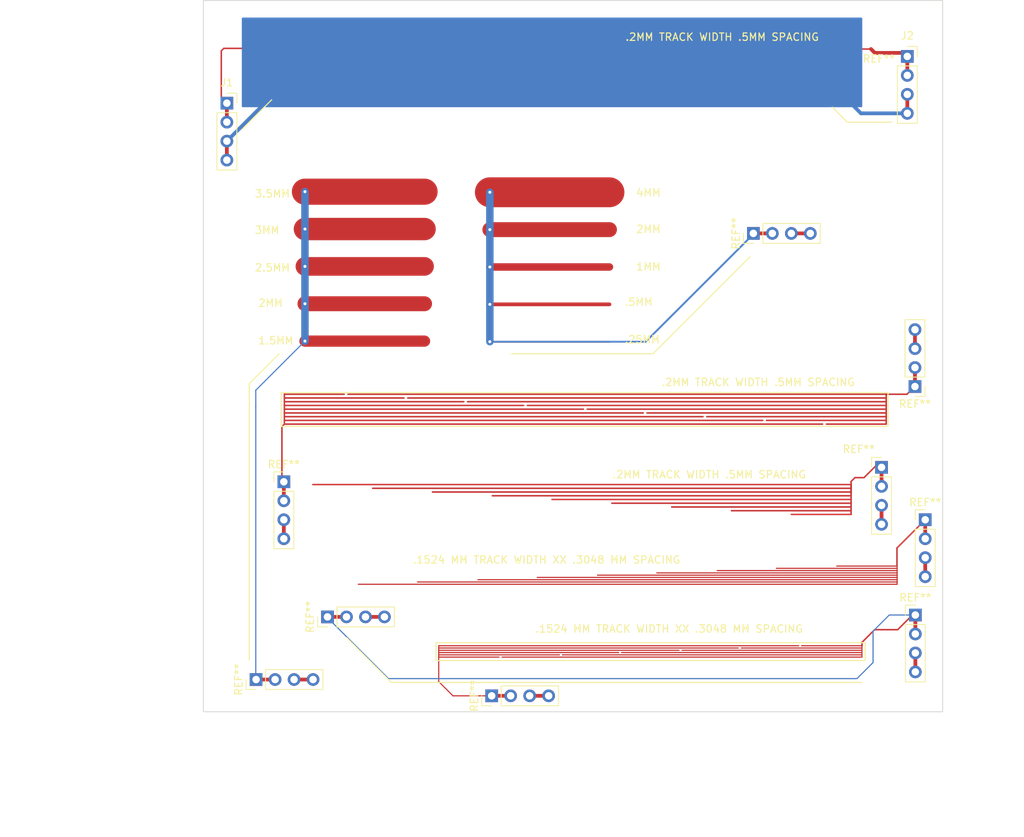
<source format=kicad_pcb>
(kicad_pcb (version 20221018) (generator pcbnew)
  (layers (0 "F.Cu" signal) (31 "B.Cu" signal) (34 "B.Paste" user) (35 "F.Paste" user) (36 "B.SilkS" user "B.Silkscreen") (37 "F.SilkS" user "F.Silkscreen") (38 "B.Mask" user) (39 "F.Mask" user) (44 "Edge.Cuts" user))
  (net 0 "")
  (net 1 "Net-(J1-Pin_1)")
  (net 2 "GND")
  (net 3 "Net-(J2-Pin_1)")
  (footprint "Connector_PinHeader_2.54mm:PinHeader_1x04_P2.54mm_Vertical" (layer "F.Cu") (at 193.5796 105.2096)
    (fp_text reference "REF**" (at -3.048 -2.4384) (layer "F.SilkS"))
    (fp_text value "PinHeader_1x04_P2.54mm_Vertical")
    (fp_line (start -1.33 -1.33) (end 0 -1.33) (stroke (width 0.12)) (layer "F.SilkS"))
    (fp_line (start -1.33 0) (end -1.33 -1.33) (stroke (width 0.12)) (layer "F.SilkS"))
    (fp_line (start -1.33 1.27) (end -1.33 8.95) (stroke (width 0.12)) (layer "F.SilkS"))
    (fp_line (start -1.33 1.27) (end 1.33 1.27) (stroke (width 0.12)) (layer "F.SilkS"))
    (fp_line (start -1.33 8.95) (end 1.33 8.95) (stroke (width 0.12)) (layer "F.SilkS"))
    (fp_line (start 1.33 1.27) (end 1.33 8.95) (stroke (width 0.12)) (layer "F.SilkS"))
    (pad "1" thru_hole rect (at 0 0) (size 1.7 1.7) (drill 1) (layers "*.Cu" "*.Mask"))
    (pad "2" thru_hole oval (at 0 2.54) (size 1.7 1.7) (drill 1) (layers "*.Cu" "*.Mask"))
    (pad "3" thru_hole oval (at 0 5.08) (size 1.7 1.7) (drill 1) (layers "*.Cu" "*.Mask"))
    (pad "4" thru_hole oval (at 0 7.62) (size 1.7 1.7) (drill 1) (layers "*.Cu" "*.Mask"))
  )
  (footprint "Connector_PinHeader_2.54mm:PinHeader_1x04_P2.54mm_Vertical" (layer "F.Cu") (at 113.620399 107.14)
    (fp_text reference "REF**" (at 0 -2.33) (layer "F.SilkS"))
    (fp_text value "PinHeader_1x04_P2.54mm_Vertical")
    (fp_line (start -1.33 -1.33) (end 0 -1.33) (stroke (width 0.12)) (layer "F.SilkS"))
    (fp_line (start -1.33 0) (end -1.33 -1.33) (stroke (width 0.12)) (layer "F.SilkS"))
    (fp_line (start -1.33 1.27) (end -1.33 8.95) (stroke (width 0.12)) (layer "F.SilkS"))
    (fp_line (start -1.33 1.27) (end 1.33 1.27) (stroke (width 0.12)) (layer "F.SilkS"))
    (fp_line (start -1.33 8.95) (end 1.33 8.95) (stroke (width 0.12)) (layer "F.SilkS"))
    (fp_line (start 1.33 1.27) (end 1.33 8.95) (stroke (width 0.12)) (layer "F.SilkS"))
    (pad "1" thru_hole rect (at 0 0) (size 1.7 1.7) (drill 1) (layers "*.Cu" "*.Mask"))
    (pad "2" thru_hole oval (at 0 2.54) (size 1.7 1.7) (drill 1) (layers "*.Cu" "*.Mask"))
    (pad "3" thru_hole oval (at 0 5.08) (size 1.7 1.7) (drill 1) (layers "*.Cu" "*.Mask"))
    (pad "4" thru_hole oval (at 0 7.62) (size 1.7 1.7) (drill 1) (layers "*.Cu" "*.Mask"))
  )
  (footprint "Connector_PinHeader_2.54mm:PinHeader_1x04_P2.54mm_Vertical" (layer "F.Cu") (at 176.4304 73.8922 90)
    (fp_text reference "REF**" (at 0 -2.33 90) (layer "F.SilkS"))
    (fp_text value "PinHeader_1x04_P2.54mm_Vertical")
    (fp_line (start -1.33 -1.33) (end 0 -1.33) (stroke (width 0.12)) (layer "F.SilkS"))
    (fp_line (start -1.33 0) (end -1.33 -1.33) (stroke (width 0.12)) (layer "F.SilkS"))
    (fp_line (start -1.33 1.27) (end -1.33 8.95) (stroke (width 0.12)) (layer "F.SilkS"))
    (fp_line (start -1.33 1.27) (end 1.33 1.27) (stroke (width 0.12)) (layer "F.SilkS"))
    (fp_line (start -1.33 8.95) (end 1.33 8.95) (stroke (width 0.12)) (layer "F.SilkS"))
    (fp_line (start 1.33 1.27) (end 1.33 8.95) (stroke (width 0.12)) (layer "F.SilkS"))
    (pad "1" thru_hole rect (at 0 0 90) (size 1.7 1.7) (drill 1) (layers "*.Cu" "*.Mask"))
    (pad "2" thru_hole oval (at 0 2.54 90) (size 1.7 1.7) (drill 1) (layers "*.Cu" "*.Mask"))
    (pad "3" thru_hole oval (at 0 5.08 90) (size 1.7 1.7) (drill 1) (layers "*.Cu" "*.Mask"))
    (pad "4" thru_hole oval (at 0 7.62 90) (size 1.7 1.7) (drill 1) (layers "*.Cu" "*.Mask"))
  )
  (footprint "Connector_PinHeader_2.54mm:PinHeader_1x04_P2.54mm_Vertical" (layer "F.Cu") (at 141.4272 135.7884 90)
    (fp_text reference "REF**" (at 0 -2.33 90) (layer "F.SilkS"))
    (fp_text value "PinHeader_1x04_P2.54mm_Vertical")
    (fp_line (start -1.33 -1.33) (end 0 -1.33) (stroke (width 0.12)) (layer "F.SilkS"))
    (fp_line (start -1.33 0) (end -1.33 -1.33) (stroke (width 0.12)) (layer "F.SilkS"))
    (fp_line (start -1.33 1.27) (end -1.33 8.95) (stroke (width 0.12)) (layer "F.SilkS"))
    (fp_line (start -1.33 1.27) (end 1.33 1.27) (stroke (width 0.12)) (layer "F.SilkS"))
    (fp_line (start -1.33 8.95) (end 1.33 8.95) (stroke (width 0.12)) (layer "F.SilkS"))
    (fp_line (start 1.33 1.27) (end 1.33 8.95) (stroke (width 0.12)) (layer "F.SilkS"))
    (pad "1" thru_hole rect (at 0 0 90) (size 1.7 1.7) (drill 1) (layers "*.Cu" "*.Mask"))
    (pad "2" thru_hole oval (at 0 2.54 90) (size 1.7 1.7) (drill 1) (layers "*.Cu" "*.Mask"))
    (pad "3" thru_hole oval (at 0 5.08 90) (size 1.7 1.7) (drill 1) (layers "*.Cu" "*.Mask"))
    (pad "4" thru_hole oval (at 0 7.62 90) (size 1.7 1.7) (drill 1) (layers "*.Cu" "*.Mask"))
  )
  (footprint "Connector_PinHeader_2.54mm:PinHeader_1x04_P2.54mm_Vertical" (layer "F.Cu") (at 119.462399 125.2248 90)
    (fp_text reference "REF**" (at 0 -2.33 90) (layer "F.SilkS"))
    (fp_text value "PinHeader_1x04_P2.54mm_Vertical")
    (fp_line (start -1.33 -1.33) (end 0 -1.33) (stroke (width 0.12)) (layer "F.SilkS"))
    (fp_line (start -1.33 0) (end -1.33 -1.33) (stroke (width 0.12)) (layer "F.SilkS"))
    (fp_line (start -1.33 1.27) (end -1.33 8.95) (stroke (width 0.12)) (layer "F.SilkS"))
    (fp_line (start -1.33 1.27) (end 1.33 1.27) (stroke (width 0.12)) (layer "F.SilkS"))
    (fp_line (start -1.33 8.95) (end 1.33 8.95) (stroke (width 0.12)) (layer "F.SilkS"))
    (fp_line (start 1.33 1.27) (end 1.33 8.95) (stroke (width 0.12)) (layer "F.SilkS"))
    (pad "1" thru_hole rect (at 0 0 90) (size 1.7 1.7) (drill 1) (layers "*.Cu" "*.Mask"))
    (pad "2" thru_hole oval (at 0 2.54 90) (size 1.7 1.7) (drill 1) (layers "*.Cu" "*.Mask"))
    (pad "3" thru_hole oval (at 0 5.08 90) (size 1.7 1.7) (drill 1) (layers "*.Cu" "*.Mask"))
    (pad "4" thru_hole oval (at 0 7.62 90) (size 1.7 1.7) (drill 1) (layers "*.Cu" "*.Mask"))
  )
  (footprint "Connector_PinSocket_2.54mm:PinSocket_1x04_P2.54mm_Vertical" (layer "F.Cu") (at 106 56.46)
    (fp_text reference "J1" (at 0 -2.77) (layer "F.SilkS"))
    (fp_text value "Conn_01x04_Pin")
    (fp_line (start -1.33 1.27) (end -1.33 8.95) (stroke (width 0.12)) (layer "F.SilkS"))
    (fp_line (start -1.33 1.27) (end 1.33 1.27) (stroke (width 0.12)) (layer "F.SilkS"))
    (fp_line (start -1.33 8.95) (end 1.33 8.95) (stroke (width 0.12)) (layer "F.SilkS"))
    (fp_line (start 0 -1.33) (end 1.33 -1.33) (stroke (width 0.12)) (layer "F.SilkS"))
    (fp_line (start 1.33 -1.33) (end 1.33 0) (stroke (width 0.12)) (layer "F.SilkS"))
    (fp_line (start 1.33 1.27) (end 1.33 8.95) (stroke (width 0.12)) (layer "F.SilkS"))
    (pad "1" thru_hole rect (at 0 0) (size 1.7 1.7) (drill 1) (layers "*.Cu" "*.Mask") (net 1 "Net-(J1-Pin_1)"))
    (pad "2" thru_hole oval (at 0 2.54) (size 1.7 1.7) (drill 1) (layers "*.Cu" "*.Mask") (net 1 "Net-(J1-Pin_1)"))
    (pad "3" thru_hole oval (at 0 5.08) (size 1.7 1.7) (drill 1) (layers "*.Cu" "*.Mask") (net 2 "GND"))
    (pad "4" thru_hole oval (at 0 7.62) (size 1.7 1.7) (drill 1) (layers "*.Cu" "*.Mask") (net 2 "GND"))
  )
  (footprint "Connector_PinHeader_2.54mm:PinHeader_1x04_P2.54mm_Vertical" (layer "F.Cu") (at 198.1008 124.9708)
    (fp_text reference "REF**" (at 0 -2.33) (layer "F.SilkS"))
    (fp_text value "PinHeader_1x04_P2.54mm_Vertical")
    (fp_line (start -1.33 -1.33) (end 0 -1.33) (stroke (width 0.12)) (layer "F.SilkS"))
    (fp_line (start -1.33 0) (end -1.33 -1.33) (stroke (width 0.12)) (layer "F.SilkS"))
    (fp_line (start -1.33 1.27) (end -1.33 8.95) (stroke (width 0.12)) (layer "F.SilkS"))
    (fp_line (start -1.33 1.27) (end 1.33 1.27) (stroke (width 0.12)) (layer "F.SilkS"))
    (fp_line (start -1.33 8.95) (end 1.33 8.95) (stroke (width 0.12)) (layer "F.SilkS"))
    (fp_line (start 1.33 1.27) (end 1.33 8.95) (stroke (width 0.12)) (layer "F.SilkS"))
    (pad "1" thru_hole rect (at 0 0) (size 1.7 1.7) (drill 1) (layers "*.Cu" "*.Mask"))
    (pad "2" thru_hole oval (at 0 2.54) (size 1.7 1.7) (drill 1) (layers "*.Cu" "*.Mask"))
    (pad "3" thru_hole oval (at 0 5.08) (size 1.7 1.7) (drill 1) (layers "*.Cu" "*.Mask"))
    (pad "4" thru_hole oval (at 0 7.62) (size 1.7 1.7) (drill 1) (layers "*.Cu" "*.Mask"))
  )
  (footprint "Connector_PinSocket_2.54mm:PinSocket_1x04_P2.54mm_Vertical" (layer "F.Cu") (at 197.025 50.2)
    (fp_text reference "J2" (at 0 -2.77) (layer "F.SilkS"))
    (fp_text value "Conn_01x04_Pin")
    (fp_line (start -1.33 1.27) (end -1.33 8.95) (stroke (width 0.12)) (layer "F.SilkS"))
    (fp_line (start -1.33 1.27) (end 1.33 1.27) (stroke (width 0.12)) (layer "F.SilkS"))
    (fp_line (start -1.33 8.95) (end 1.33 8.95) (stroke (width 0.12)) (layer "F.SilkS"))
    (fp_line (start 0 -1.33) (end 1.33 -1.33) (stroke (width 0.12)) (layer "F.SilkS"))
    (fp_line (start 1.33 -1.33) (end 1.33 0) (stroke (width 0.12)) (layer "F.SilkS"))
    (fp_line (start 1.33 1.27) (end 1.33 8.95) (stroke (width 0.12)) (layer "F.SilkS"))
    (pad "1" thru_hole rect (at 0 0) (size 1.7 1.7) (drill 1) (layers "*.Cu" "*.Mask") (net 3 "Net-(J2-Pin_1)"))
    (pad "2" thru_hole oval (at 0 2.54) (size 1.7 1.7) (drill 1) (layers "*.Cu" "*.Mask") (net 3 "Net-(J2-Pin_1)"))
    (pad "3" thru_hole oval (at 0 5.08) (size 1.7 1.7) (drill 1) (layers "*.Cu" "*.Mask") (net 2 "GND"))
    (pad "4" thru_hole oval (at 0 7.62) (size 1.7 1.7) (drill 1) (layers "*.Cu" "*.Mask") (net 2 "GND"))
  )
  (footprint "Connector_PinHeader_2.54mm:PinHeader_1x04_P2.54mm_Vertical" (layer "F.Cu") (at 109.912 133.6068 90)
    (fp_text reference "REF**" (at 0 -2.33 90) (layer "F.SilkS"))
    (fp_text value "PinHeader_1x04_P2.54mm_Vertical")
    (fp_line (start -1.33 -1.33) (end 0 -1.33) (stroke (width 0.12)) (layer "F.SilkS"))
    (fp_line (start -1.33 0) (end -1.33 -1.33) (stroke (width 0.12)) (layer "F.SilkS"))
    (fp_line (start -1.33 1.27) (end -1.33 8.95) (stroke (width 0.12)) (layer "F.SilkS"))
    (fp_line (start -1.33 1.27) (end 1.33 1.27) (stroke (width 0.12)) (layer "F.SilkS"))
    (fp_line (start -1.33 8.95) (end 1.33 8.95) (stroke (width 0.12)) (layer "F.SilkS"))
    (fp_line (start 1.33 1.27) (end 1.33 8.95) (stroke (width 0.12)) (layer "F.SilkS"))
    (pad "1" thru_hole rect (at 0 0 90) (size 1.7 1.7) (drill 1) (layers "*.Cu" "*.Mask"))
    (pad "2" thru_hole oval (at 0 2.54 90) (size 1.7 1.7) (drill 1) (layers "*.Cu" "*.Mask"))
    (pad "3" thru_hole oval (at 0 5.08 90) (size 1.7 1.7) (drill 1) (layers "*.Cu" "*.Mask"))
    (pad "4" thru_hole oval (at 0 7.62 90) (size 1.7 1.7) (drill 1) (layers "*.Cu" "*.Mask"))
  )
  (footprint "Connector_PinHeader_2.54mm:PinHeader_1x04_P2.54mm_Vertical" (layer "F.Cu") (at 198.05 94.3892 180)
    (fp_text reference "REF**" (at 0 -2.33) (layer "F.SilkS"))
    (fp_text value "PinHeader_1x04_P2.54mm_Vertical")
    (fp_text user "${REFERENCE}" (at 4.813 43.8768) (layer "F.SilkS"))
    (fp_line (start -1.33 -1.33) (end 0 -1.33) (stroke (width 0.12)) (layer "F.SilkS"))
    (fp_line (start -1.33 0) (end -1.33 -1.33) (stroke (width 0.12)) (layer "F.SilkS"))
    (fp_line (start -1.33 1.27) (end -1.33 8.95) (stroke (width 0.12)) (layer "F.SilkS"))
    (fp_line (start -1.33 1.27) (end 1.33 1.27) (stroke (width 0.12)) (layer "F.SilkS"))
    (fp_line (start -1.33 8.95) (end 1.33 8.95) (stroke (width 0.12)) (layer "F.SilkS"))
    (fp_line (start 1.33 1.27) (end 1.33 8.95) (stroke (width 0.12)) (layer "F.SilkS"))
    (pad "1" thru_hole rect (at 0 0 180) (size 1.7 1.7) (drill 1) (layers "*.Cu" "*.Mask"))
    (pad "2" thru_hole oval (at 0 2.54 180) (size 1.7 1.7) (drill 1) (layers "*.Cu" "*.Mask"))
    (pad "3" thru_hole oval (at 0 5.08 180) (size 1.7 1.7) (drill 1) (layers "*.Cu" "*.Mask"))
    (pad "4" thru_hole oval (at 0 7.62 180) (size 1.7 1.7) (drill 1) (layers "*.Cu" "*.Mask"))
  )
  (footprint "Connector_PinHeader_2.54mm:PinHeader_1x04_P2.54mm_Vertical" (layer "F.Cu") (at 199.4216 112.22)
    (fp_text reference "REF**" (at 0 -2.33) (layer "F.SilkS"))
    (fp_text value "PinHeader_1x04_P2.54mm_Vertical")
    (fp_line (start -1.33 -1.33) (end 0 -1.33) (stroke (width 0.12)) (layer "F.SilkS"))
    (fp_line (start -1.33 0) (end -1.33 -1.33) (stroke (width 0.12)) (layer "F.SilkS"))
    (fp_line (start -1.33 1.27) (end -1.33 8.95) (stroke (width 0.12)) (layer "F.SilkS"))
    (fp_line (start -1.33 1.27) (end 1.33 1.27) (stroke (width 0.12)) (layer "F.SilkS"))
    (fp_line (start -1.33 8.95) (end 1.33 8.95) (stroke (width 0.12)) (layer "F.SilkS"))
    (fp_line (start 1.33 1.27) (end 1.33 8.95) (stroke (width 0.12)) (layer "F.SilkS"))
    (pad "1" thru_hole rect (at 0 0) (size 1.7 1.7) (drill 1) (layers "*.Cu" "*.Mask"))
    (pad "2" thru_hole oval (at 0 2.54) (size 1.7 1.7) (drill 1) (layers "*.Cu" "*.Mask"))
    (pad "3" thru_hole oval (at 0 5.08) (size 1.7 1.7) (drill 1) (layers "*.Cu" "*.Mask"))
    (pad "4" thru_hole oval (at 0 7.62) (size 1.7 1.7) (drill 1) (layers "*.Cu" "*.Mask"))
  )
  (gr_line (start 116.445565 68.309167) (end 132.445564 68.309167) (stroke (width 3.5)) (layer "F.Cu"))
  (gr_line (start 141.1804 68.387199) (end 157.180399 68.387199) (stroke (width 4)) (layer "F.Cu"))
  (gr_line (start 109 131) (end 109 94) (stroke (width 0.15)) (layer "F.SilkS"))
  (gr_line (start 176 77) (end 163 90) (stroke (width 0.15)) (layer "F.SilkS"))
  (gr_line (start 163 90) (end 144 90) (stroke (width 0.15)) (layer "F.SilkS"))
  (gr_line (start 122 128) (end 128 134) (stroke (width 0.15)) (layer "F.SilkS"))
  (gr_line (start 189 59) (end 187 57) (stroke (width 0.15)) (layer "F.SilkS"))
  (gr_rect (start 133.9912 128.6792) (end 191.3952 131.0668) (stroke (width 0.15)) (fill none) (layer "F.SilkS"))
  (gr_line (start 128 134) (end 191 134) (stroke (width 0.15)) (layer "F.SilkS"))
  (gr_rect (start 113.2648 95.202) (end 194.4432 99.7232) (stroke (width 0.15)) (fill none) (layer "F.SilkS"))
  (gr_line (start 108 60) (end 112 56) (stroke (width 0.15)) (layer "F.SilkS"))
  (gr_line (start 109 94) (end 113 90) (stroke (width 0.15)) (layer "F.SilkS"))
  (gr_line (start 195 59) (end 189 59) (stroke (width 0.15)) (layer "F.SilkS"))
  (gr_rect (start 102.8508 42.7256) (end 201.7584 137.9248) (stroke (width 0.1)) (fill none) (layer "Edge.Cuts"))
  (gr_text "2MM" (at 160.6804 73.914001) (layer "F.SilkS") (effects (font (size 1 1)) (justify left bottom)))
  (gr_text "3.5MM" (at 109.662766 69.165167) (layer "F.SilkS") (effects (font (size 1 1)) (justify left bottom)))
  (gr_text "1MM" (at 160.6804 78.9432) (layer "F.SilkS") (effects (font (size 1 1)) (justify left bottom)))
  (gr_text ".25MM" (at 159.1304 88.6872) (layer "F.SilkS") (effects (font (size 1 1)) (justify left bottom)))
  (gr_text ".1524 MM TRACK WIDTH XX .3048 MM SPACING" (at 130.7908 118.1636) (layer "F.SilkS") (effects (font (size 1 1)) (justify left bottom)))
  (gr_text "2.5MM" (at 109.662766 79.071167) (layer "F.SilkS") (effects (font (size 1 1)) (justify left bottom)))
  (gr_text ".5MM" (at 159.1304 83.658) (layer "F.SilkS") (effects (font (size 1 1)) (justify left bottom)))
  (gr_text "4MM" (at 160.6804 69.0372) (layer "F.SilkS") (effects (font (size 1 1)) (justify left bottom)))
  (gr_text ".2MM TRACK WIDTH .5MM SPACING" (at 164.0484 94.3962) (layer "F.SilkS") (effects (font (size 1 1)) (justify left bottom)))
  (gr_text ".2MM TRACK WIDTH .5MM SPACING" (at 159.2354 48.1894) (layer "F.SilkS") (effects (font (size 1 1)) (justify left bottom)))
  (gr_text "2MM" (at 110.119965 83.795567) (layer "F.SilkS") (effects (font (size 1 1)) (justify left bottom)))
  (gr_text ".2MM TRACK WIDTH .5MM SPACING" (at 157.5024 106.7588) (layer "F.SilkS") (effects (font (size 1 1)) (justify left bottom)))
  (gr_text "3MM" (at 109.662766 74.041968) (layer "F.SilkS") (effects (font (size 1 1)) (justify left bottom)))
  (gr_text ".1524 MM TRACK WIDTH XX .3048 MM SPACING" (at 147.1852 127.4064) (layer "F.SilkS") (effects (font (size 1 1)) (justify left bottom)))
  (gr_text "1.5MM" (at 110.119965 88.824767) (layer "F.SilkS") (effects (font (size 1 1)) (justify left bottom)))
  (segment (start 134.3406 130.302001) (end 150.495 130.302) (width 0.1524) (layer "F.Cu") (net 0))
  (segment (start 195.6624 118.4176) (end 187.5852 118.4176) (width 0.1524) (layer "F.Cu") (net 0))
  (segment (start 198.05 89.3092) (end 198.05 86.7692) (width 0.5) (layer "F.Cu") (net 0))
  (segment (start 181.5104 73.8922) (end 184.0504 73.8922) (width 0.5) (layer "F.Cu") (net 0))
  (segment (start 154.1984 97.4212) (end 194.1984 97.421199) (width 0.2) (layer "F.Cu") (net 0))
  (segment (start 195.6624 120.856) (end 123.5772 120.856) (width 0.1524) (layer "F.Cu") (net 0))
  (segment (start 189.5024 108.6838) (end 189.5024 107.1024) (width 0.2) (layer "F.Cu") (net 0))
  (segment (start 190.9664 128.6256) (end 190.9664 129.0736) (width 0.2) (layer "F.Cu") (net 0))
  (segment (start 194.1984 95.4212) (end 194.1984 99.4212) (width 0.2) (layer "F.Cu") (net 0))
  (segment (start 113.6204 112.22) (end 113.620399 114.76) (width 0.5) (layer "F.Cu") (net 0))
  (segment (start 161.698401 97.921199) (end 113.6984 97.9212) (width 0.2) (layer "F.Cu") (net 0))
  (segment (start 198.05 91.849199) (end 198.05 94.3892) (width 0.5) (layer "F.Cu") (net 0))
  (segment (start 124.542399 125.224799) (end 127.082399 125.2248) (width 0.5) (layer "F.Cu") (net 0))
  (segment (start 199.421601 117.3) (end 199.4216 119.84) (width 0.5) (layer "F.Cu") (net 0))
  (segment (start 137.698399 96.4212) (end 113.698401 96.4212) (width 0.2) (layer "F.Cu") (net 0))
  (segment (start 143.967201 135.7884) (end 141.4272 135.7884) (width 0.5) (layer "F.Cu") (net 0))
  (segment (start 177.698401 98.9212) (end 113.698401 98.9212) (width 0.2) (layer "F.Cu") (net 0))
  (segment (start 191.2362 106.5812) (end 192.9054 104.912) (width 0.2) (layer "F.Cu") (net 0))
  (segment (start 162.1984 97.9212) (end 194.1984 97.9212) (width 0.2) (layer "F.Cu") (net 0))
  (segment (start 122.1984 95.4212) (end 194.1984 95.4212) (width 0.2) (layer "F.Cu") (net 0))
  (segment (start 195.6624 119.6368) (end 155.5812 119.6368) (width 0.1524) (layer "F.Cu") (net 0))
  (segment (start 113.3664 99.7532) (end 113.3664 106.886001) (width 0.2) (layer "F.Cu") (net 0))
  (segment (start 114.992 133.6068) (end 117.532 133.6068) (width 0.5) (layer "F.Cu") (net 0))
  (segment (start 190.0236 106.5812) (end 191.2362 106.5812) (width 0.2) (layer "F.Cu") (net 0))
  (segment (start 195.6624 118.7224) (end 179.508 118.7224) (width 0.1524) (layer "F.Cu") (net 0))
  (segment (start 146.1984 96.921201) (end 194.1984 96.9212) (width 0.2) (layer "F.Cu") (net 0))
  (segment (start 146.5072 135.788399) (end 149.0472 135.7884) (width 0.5) (layer "F.Cu") (net 0))
  (segment (start 190.9572 130.6068) (end 142.7988 130.6068) (width 0.1524) (layer "F.Cu") (net 0))
  (segment (start 149.5024 109.5088) (end 189.5024 109.508799) (width 0.2) (layer "F.Cu") (net 0))
  (segment (start 195.6624 119.9416) (end 147.504 119.9416) (width 0.1524) (layer "F.Cu") (net 0))
  (segment (start 113.620399 109.680001) (end 113.620399 107.14) (width 0.5) (layer "F.Cu") (net 0))
  (segment (start 117.5024 107.5088) (end 189.5024 107.5088) (width 0.2) (layer "F.Cu") (net 0))
  (segment (start 129.698401 95.9212) (end 113.698401 95.921199) (width 0.2) (layer "F.Cu") (net 0))
  (segment (start 195.6624 118.4176) (end 195.6624 120.856) (width 0.1524) (layer "F.Cu") (net 0))
  (segment (start 186.1984 99.4212) (end 194.1984 99.4212) (width 0.2) (layer "F.Cu") (net 0))
  (segment (start 116.445565 78.309167) (end 132.445564 78.309167) (width 2.5) (layer "F.Cu") (net 0))
  (segment (start 134.3406 133.8834) (end 136.2456 135.7884) (width 0.1524) (layer "F.Cu") (net 0))
  (segment (start 113.6984 99.4212) (end 113.3664 99.7532) (width 0.2) (layer "F.Cu") (net 0))
  (segment (start 178.9704 73.8922) (end 176.4304 73.8922) (width 0.5) (layer "F.Cu") (net 0))
  (segment (start 195.6624 119.0272) (end 171.5832 119.0272) (width 0.1524) (layer "F.Cu") (net 0))
  (segment (start 195.6624 120.5512) (end 131.502 120.5512) (width 0.1524) (layer "F.Cu") (net 0))
  (segment (start 141.180399 83.3872) (end 157.1804 83.3872) (width 0.5) (layer "F.Cu") (net 0))
  (segment (start 181.5024 111.5088) (end 189.5024 111.5088) (width 0.2) (layer "F.Cu") (net 0))
  (segment (start 190.9572 129.0828) (end 182.88 129.0828) (width 0.1524) (layer "F.Cu") (net 0))
  (segment (start 121.6984 95.4212) (end 113.6984 95.4212) (width 0.2) (layer "F.Cu") (net 0))
  (segment (start 130.1984 95.9212) (end 194.1984 95.9212) (width 0.2) (layer "F.Cu") (net 0))
  (segment (start 190.9664 129.0736) (end 190.9572 129.0828) (width 0.2) (layer "F.Cu") (net 0))
  (segment (start 136.2456 135.7884) (end 140.97 135.7884) (width 0.1524) (layer "F.Cu") (net 0))
  (segment (start 113.3664 106.886001) (end 113.620399 107.14) (width 0.2) (layer "F.Cu") (net 0))
  (segment (start 134.3406 129.0828) (end 182.499 129.0828) (width 0.1524) (layer "F.Cu") (net 0))
  (segment (start 122.0024 125.2248) (end 119.462399 125.2248) (width 0.5) (layer "F.Cu") (net 0))
  (segment (start 195.6424 115.9992) (end 199.4216 112.22) (width 0.2) (layer "F.Cu") (net 0))
  (segment (start 190.9664 128.6256) (end 192.6578 126.9342) (width 0.2) (layer "F.Cu") (net 0))
  (segment (start 193.579601 110.2896) (end 193.5796 112.8296) (width 0.5) (layer "F.Cu") (net 0))
  (segment (start 138.1984 96.4212) (end 194.1984 96.4212) (width 0.2) (layer "F.Cu") (net 0))
  (segment (start 134.3406 129.6924) (end 166.497 129.6924) (width 0.1524) (layer "F.Cu") (net 0))
  (segment (start 193.5796 107.749601) (end 193.5796 105.2096) (width 0.5) (layer "F.Cu") (net 0))
  (segment (start 134.3406 130.6068) (end 134.3406 133.8834) (width 0.1524) (layer "F.Cu") (net 0))
  (segment (start 198.1008 130.050799) (end 198.1008 132.5908) (width 0.5) (layer "F.Cu") (net 0))
  (segment (start 165.5024 110.5088) (end 189.5024 110.5088) (width 0.2) (layer "F.Cu") (net 0))
  (segment (start 199.4216 114.760001) (end 199.4216 112.22) (width 0.5) (layer "F.Cu") (net 0))
  (segment (start 116.445566 83.309168) (end 132.445565 83.309166) (width 2) (layer "F.Cu") (net 0))
  (segment (start 153.6984 97.4212) (end 113.6984 97.421201) (width 0.2) (layer "F.Cu") (net 0))
  (segment (start 192.6578 126.9342) (end 195.7416 126.9342) (width 0.2) (layer "F.Cu") (net 0))
  (segment (start 195.7416 126.9342) (end 197.4174 125.2584) (width 0.2) (layer "F.Cu") (net 0))
  (segment (start 190.9572 130.6068) (end 190.9572 129.0828) (width 0.1524) (layer "F.Cu") (net 0))
  (segment (start 145.6984 96.9212) (end 113.6984 96.9212) (width 0.2) (layer "F.Cu") (net 0))
  (segment (start 116.445566 88.309168) (end 132.445565 88.309166) (width 1.5) (layer "F.Cu") (net 0))
  (segment (start 178.1984 98.9212) (end 194.1984 98.921201) (width 0.2) (layer "F.Cu") (net 0))
  (segment (start 196.9796 95.4212) (end 197.6174 94.7834) (width 0.2) (layer "F.Cu") (net 0))
  (segment (start 141.1804 73.387199) (end 157.180399 73.387199) (width 2) (layer "F.Cu") (net 0))
  (segment (start 125.5024 108.0088) (end 189.5024 108.0088) (width 0.2) (layer "F.Cu") (net 0))
  (segment (start 169.6984 98.4212) (end 113.6984 98.4212) (width 0.2) (layer "F.Cu") (net 0))
  (segment (start 195.6624 119.332) (end 163.506 119.332) (width 0.1524) (layer "F.Cu") (net 0))
  (segment (start 134.3406 130.6068) (end 142.4178 130.6068) (width 0.1524) (layer "F.Cu") (net 0))
  (segment (start 141.180399 78.3872) (end 157.1804 78.3872) (width 1) (layer "F.Cu") (net 0))
  (segment (start 133.5024 108.5088) (end 189.5024 108.5088) (width 0.2) (layer "F.Cu") (net 0))
  (segment (start 195.6424 118.3834) (end 195.6424 115.9992) (width 0.2) (layer "F.Cu") (net 0))
  (segment (start 198.1008 127.510801) (end 198.1008 124.9708) (width 0.5) (layer "F.Cu") (net 0))
  (segment (start 141.5024 109.008801) (end 189.5024 109.0088) (width 0.2) (layer "F.Cu") (net 0))
  (segment (start 195.6624 120.2464) (end 139.5792 120.2464) (width 0.1524) (layer "F.Cu") (net 0))
  (segment (start 190.9572 129.6924) (end 166.878 129.6924) (width 0.1524) (layer "F.Cu") (net 0))
  (segment (start 134.3406 130.6068) (end 134.3406 129.0828) (width 0.1524) (layer "F.Cu") (net 0))
  (segment (start 134.3406 129.997199) (end 158.4198 129.9972) (width 0.1524) (layer "F.Cu") (net 0))
  (segment (start 134.3406 129.3876) (end 174.4218 129.3876) (width 0.1524) (layer "F.Cu") (net 0))
  (segment (start 189.5024 107.1024) (end 190.0236 106.5812) (width 0.2) (layer "F.Cu") (net 0))
  (segment (start 112.452001 133.6068) (end 109.912 133.6068) (width 0.5) (layer "F.Cu") (net 0))
  (segment (start 113.698401 99.3912) (end 113.698401 95.3912) (width 0.2) (layer "F.Cu") (net 0))
  (segment (start 116.445565 73.309167) (end 132.445564 73.309167) (width 3) (layer "F.Cu") (net 0))
  (segment (start 194.1984 95.4212) (end 196.9796 95.4212) (width 0.2) (layer "F.Cu") (net 0))
  (segment (start 189.5024 107.5088) (end 189.5024 111.5088) (width 0.2) (layer "F.Cu") (net 0))
  (segment (start 190.9572 129.3876) (end 174.8028 129.3876) (width 0.1524) (layer "F.Cu") (net 0))
  (segment (start 141.180399 88.387199) (end 157.1804 88.387199) (width 0.25) (layer "F.Cu") (net 0))
  (segment (start 173.5024 111.0088) (end 189.5024 111.008801) (width 0.2) (layer "F.Cu") (net 0))
  (segment (start 190.9572 130.302) (end 150.876 130.302) (width 0.1524) (layer "F.Cu") (net 0))
  (segment (start 170.1984 98.4212) (end 194.1984 98.4212) (width 0.2) (layer "F.Cu") (net 0))
  (segment (start 185.6984 99.4212) (end 113.6984 99.4212) (width 0.2) (layer "F.Cu") (net 0))
  (segment (start 157.5024 110.0088) (end 189.5024 110.0088) (width 0.2) (layer "F.Cu") (net 0))
  (segment (start 190.9572 129.9972) (end 158.8008 129.9972) (width 0.1524) (layer "F.Cu") (net 0))
  (via (at 116.445565 73.309167) (size 0.8) (drill 0.4) (layers "F.Cu" "B.Cu") (net 0))
  (via (at 116.445566 83.309168) (size 0.8) (drill 0.4) (layers "F.Cu" "B.Cu") (net 0))
  (via (at 116.445565 68.309167) (size 0.8) (drill 0.4) (layers "F.Cu" "B.Cu") (net 0))
  (via (at 116.445566 88.309168) (size 0.8) (drill 0.4) (layers "F.Cu" "B.Cu") (net 0))
  (via (at 116.445565 78.309167) (size 0.8) (drill 0.4) (layers "F.Cu" "B.Cu") (net 0))
  (via (at 141.180399 78.3872) (size 0.8) (drill 0.4) (layers "F.Cu" "B.Cu") (net 0))
  (via (at 141.1804 73.387199) (size 0.8) (drill 0.4) (layers "F.Cu" "B.Cu") (net 0))
  (via (at 141.180399 83.3872) (size 0.8) (drill 0.4) (layers "F.Cu" "B.Cu") (net 0))
  (via (at 141.180399 88.387199) (size 0.8) (drill 0.4) (layers "F.Cu" "B.Cu") (net 0))
  (via (at 141.1804 68.387199) (size 0.8) (drill 0.4) (layers "F.Cu" "B.Cu") (net 0))
  (segment (start 192.4424 127.1404) (end 194.612 124.9708) (width 0.1524) (layer "B.Cu") (net 0))
  (segment (start 127.6174 133.4834) (end 190.2924 133.4834) (width 0.1524) (layer "B.Cu") (net 0))
  (segment (start 109.8674 97.1084) (end 109.8674 94.887334) (width 0.1524) (layer "B.Cu") (net 0))
  (segment (start 162.030401 88.387199) (end 176.2554 74.1622) (width 0.25) (layer "B.Cu") (net 0))
  (segment (start 141.180399 88.387199) (end 162.030401 88.387199) (width 0.25) (layer "B.Cu") (net 0))
  (segment (start 116.445566 88.309168) (end 116.445565 68.309167) (width 1) (layer "B.Cu") (net 0))
  (segment (start 190.2924 133.4834) (end 192.4424 131.3334) (width 0.1524) (layer "B.Cu") (net 0))
  (segment (start 119.1174 124.9834) (end 127.6174 133.4834) (width 0.1524) (layer "B.Cu") (net 0))
  (segment (start 109.8674 133.2334) (end 109.8674 97.1084) (width 0.1524) (layer "B.Cu") (net 0))
  (segment (start 141.180399 88.387199) (end 141.1804 68.387199) (width 1) (layer "B.Cu") (net 0))
  (segment (start 109.8674 94.887334) (end 116.445566 88.309168) (width 0.1524) (layer "B.Cu") (net 0))
  (segment (start 194.612 124.9708) (end 198.1008 124.9708) (width 0.1524) (layer "B.Cu") (net 0))
  (segment (start 192.4424 131.3334) (end 192.4424 127.1404) (width 0.1524) (layer "B.Cu") (net 0))
  (segment (start 106 59) (end 106 56.46) (width 0.5) (layer "F.Cu") (net 1))
  (segment (start 108.827401 49.1264) (end 108.885401 49.1844) (width 0.2) (layer "F.Cu") (net 1))
  (segment (start 124.885401 49.7144) (end 108.885401 49.714399) (width 0.2) (layer "F.Cu") (net 1))
  (segment (start 164.8854 52.2144) (end 108.8854 52.2144) (width 0.2) (layer "F.Cu") (net 1))
  (segment (start 180.8854 53.2144) (end 108.8854 53.2144) (width 0.2) (layer "F.Cu") (net 1))
  (segment (start 156.885401 51.714399) (end 108.8854 51.7144) (width 0.2) (layer "F.Cu") (net 1))
  (segment (start 105.589601 49.1264) (end 108.827401 49.1264) (width 0.2) (layer "F.Cu") (net 1))
  (segment (start 105.257601 49.4584) (end 105.257601 56.591201) (width 0.2) (layer "F.Cu") (net 1))
  (segment (start 105.589601 49.1264) (end 105.257601 49.4584) (width 0.2) (layer "F.Cu") (net 1))
  (segment (start 108.885401 53.1844) (end 108.885401 49.1844) (width 0.2) (layer "F.Cu") (net 1))
  (segment (start 132.885399 50.2144) (end 108.885401 50.2144) (width 0.2) (layer "F.Cu") (net 1))
  (segment (start 116.8854 49.2144) (end 108.8854 49.2144) (width 0.2) (layer "F.Cu") (net 1))
  (segment (start 148.8854 51.2144) (end 108.8854 51.214401) (width 0.2) (layer "F.Cu") (net 1))
  (segment (start 172.885401 52.7144) (end 108.885401 52.7144) (width 0.2) (layer "F.Cu") (net 1))
  (segment (start 140.8854 50.7144) (end 108.8854 50.7144) (width 0.2) (layer "F.Cu") (net 1))
  (segment (start 197.025 55.28) (end 197.025 57.82) (width 0.5) (layer "F.Cu") (net 2))
  (segment (start 106 61.54) (end 106 64.08) (width 0.5) (layer "F.Cu") (net 2))
  (segment (start 190.82 57.82) (end 189 56) (width 0.5) (layer "B.Cu") (net 2))
  (segment (start 197.025 57.82) (end 190.82 57.82) (width 0.5) (layer "B.Cu") (net 2))
  (segment (start 106 61.54) (end 111.54 56) (width 0.5) (layer "B.Cu") (net 2))
  (segment (start 111.54 56) (end 112 56) (width 0.5) (layer "B.Cu") (net 2))
  (segment (start 189.3854 49.2144) (end 192.1666 49.2144) (width 0.2) (layer "F.Cu") (net 3))
  (segment (start 165.3854 52.2144) (end 189.3854 52.2144) (width 0.2) (layer "F.Cu") (net 3))
  (segment (start 133.3854 50.2144) (end 189.3854 50.2144) (width 0.2) (layer "F.Cu") (net 3))
  (segment (start 149.3854 51.2144) (end 189.3854 51.214399) (width 0.2) (layer "F.Cu") (net 3))
  (segment (start 192.6854 49.7332) (end 192.1666 49.2144) (width 0.5) (layer "F.Cu") (net 3))
  (segment (start 117.3854 49.2144) (end 189.3854 49.2144) (width 0.2) (layer "F.Cu") (net 3))
  (segment (start 196.7484 49.7332) (end 192.6854 49.7332) (width 0.5) (layer "F.Cu") (net 3))
  (segment (start 189.3854 49.2144) (end 189.3854 53.2144) (width 0.2) (layer "F.Cu") (net 3))
  (segment (start 157.3854 51.7144) (end 189.3854 51.7144) (width 0.2) (layer "F.Cu") (net 3))
  (segment (start 173.3854 52.7144) (end 189.3854 52.714401) (width 0.2) (layer "F.Cu") (net 3))
  (segment (start 125.3854 49.7144) (end 189.3854 49.7144) (width 0.2) (layer "F.Cu") (net 3))
  (segment (start 141.3854 50.714401) (end 189.3854 50.7144) (width 0.2) (layer "F.Cu") (net 3))
  (segment (start 197.025 52.74) (end 197.025 50.2) (width 0.5) (layer "F.Cu") (net 3))
  (segment (start 181.3854 53.2144) (end 189.3854 53.2144) (width 0.2) (layer "F.Cu") (net 3))
  (zone (net 2) (net_name "GND") (layer "B.Cu") (connect_pads (clearance 0.5)) (min_thickness 0.25) (fill yes (thermal_gap 0.5) (thermal_bridge_width 0.5))
    (polygon (pts (xy 108 45) (xy 108 57) (xy 191 57) (xy 191 45)))
  )
)
</source>
